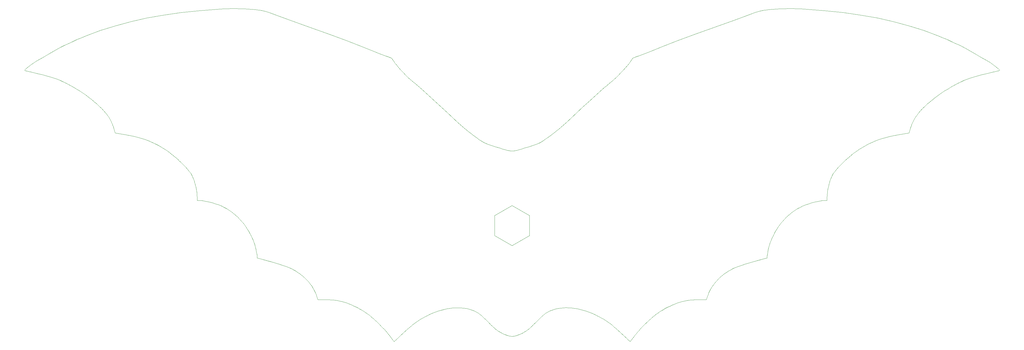
<source format=gm1>
%TF.GenerationSoftware,KiCad,Pcbnew,6.0.2+dfsg-1*%
%TF.CreationDate,2022-07-25T18:36:24+02:00*%
%TF.ProjectId,dragonwings_backplate,64726167-6f6e-4776-996e-67735f626163,rev?*%
%TF.SameCoordinates,Original*%
%TF.FileFunction,Profile,NP*%
%FSLAX46Y46*%
G04 Gerber Fmt 4.6, Leading zero omitted, Abs format (unit mm)*
G04 Created by KiCad (PCBNEW 6.0.2+dfsg-1) date 2022-07-25 18:36:24*
%MOMM*%
%LPD*%
G01*
G04 APERTURE LIST*
%TA.AperFunction,Profile*%
%ADD10C,0.120385*%
%TD*%
%TA.AperFunction,Profile*%
%ADD11C,0.100000*%
%TD*%
G04 APERTURE END LIST*
D10*
X296794307Y-50089055D02*
X297783745Y-49399243D01*
X140049474Y-118522240D02*
X140956717Y-118415219D01*
X122043998Y-129026911D02*
X122170000Y-129190000D01*
X9697344Y-37847220D02*
X8954750Y-38268649D01*
X260989404Y-83917258D02*
X260999404Y-83697258D01*
X165468137Y-66611609D02*
X166711631Y-66205608D01*
X156586474Y-126432702D02*
X156906425Y-126585443D01*
X262945949Y-75384131D02*
X262945949Y-75384131D01*
X153307773Y-66208350D02*
X154551267Y-66614351D01*
X198299427Y-38761426D02*
X198061119Y-39109441D01*
X135381702Y-119732062D02*
X136324887Y-119400876D01*
X58989852Y-83086834D02*
X59010000Y-83440000D01*
X129748083Y-47093546D02*
X129055605Y-46524016D01*
X119929600Y-37656948D02*
X119781378Y-37607307D01*
X21217513Y-48728890D02*
X22235659Y-49401985D01*
X75117844Y-93111021D02*
X75490317Y-93755281D01*
X49638349Y-68170150D02*
X50601172Y-68891654D01*
X264153412Y-73867170D02*
X264773317Y-73186188D01*
X150442298Y-121106490D02*
X150765422Y-121404175D01*
X210615413Y-117829061D02*
X211250174Y-117535630D01*
X171690850Y-119582973D02*
X171953359Y-119456331D01*
X79088130Y-22810423D02*
X78663017Y-22756696D01*
X125131791Y-42889728D02*
X124382869Y-42086276D01*
X59030000Y-83920000D02*
X59350000Y-83910000D01*
X287984976Y-60146139D02*
X288090998Y-59839315D01*
X260090609Y-22929746D02*
X253683739Y-22433339D01*
X120480696Y-37857992D02*
X120350404Y-37807894D01*
X252508789Y-22371844D02*
X251270272Y-22332492D01*
X226112458Y-27845268D02*
X218798698Y-30481676D01*
X288419690Y-58993941D02*
X288535155Y-58732331D01*
X81426080Y-23354812D02*
X81005809Y-23224626D01*
X271876194Y-24390215D02*
X266145793Y-23580244D01*
X288090998Y-59839315D02*
X288198319Y-59545978D01*
X77562985Y-98481213D02*
X77716966Y-99086910D01*
X199159984Y-127499460D02*
X199159984Y-127499460D01*
X93906946Y-27848010D02*
X88684197Y-25969786D01*
X68999482Y-86901277D02*
X69512662Y-87242419D01*
X176147930Y-59952779D02*
X174886676Y-61028452D01*
X201039467Y-125259576D02*
X201497405Y-124769771D01*
X287879545Y-60467904D02*
X287984976Y-60146139D01*
X230499277Y-105959388D02*
X230860605Y-105778882D01*
X119052398Y-37350839D02*
X118084657Y-36987326D01*
X14231744Y-35259117D02*
X13188519Y-35851111D01*
X102683983Y-115873315D02*
X103321592Y-115947982D01*
X149421732Y-64320992D02*
X148631860Y-63757907D01*
X32695533Y-62283420D02*
X32695533Y-62283420D01*
X126587561Y-44367531D02*
X125880413Y-43665124D01*
X58183941Y-78137712D02*
X58314166Y-78599215D01*
X113356502Y-120123729D02*
X113801098Y-120448858D01*
X289666993Y-56793169D02*
X289845103Y-56548161D01*
X297783745Y-49399243D02*
X298801891Y-48726148D01*
X74762302Y-92548668D02*
X74762302Y-92548668D01*
X121256132Y-38216439D02*
X121384569Y-38313829D01*
X174788557Y-118564320D02*
X175600528Y-118441618D01*
X208237436Y-34453294D02*
X204081921Y-36129953D01*
X172228200Y-119333982D02*
X172519184Y-119212983D01*
X13113126Y-44617652D02*
X14080406Y-44965280D01*
X172519184Y-119212983D02*
X172519184Y-119212983D01*
X117508266Y-123733317D02*
X117508266Y-123733317D01*
X23421284Y-31023415D02*
X23421284Y-31023415D01*
X37551895Y-63078683D02*
X38842469Y-63360982D01*
X32695533Y-62283420D02*
X32695533Y-62283420D01*
X192716946Y-124476837D02*
X192716946Y-124476837D01*
X289339439Y-57272712D02*
X289188580Y-57510158D01*
X296598120Y-31020673D02*
X296598120Y-31020673D01*
X251270272Y-22332492D02*
X249987188Y-22315066D01*
X58917582Y-81904036D02*
X58950399Y-82352019D01*
X285219413Y-62594879D02*
X287323871Y-62280678D01*
X80196864Y-102861931D02*
X80875505Y-103045994D01*
X241793249Y-102068675D02*
X241819700Y-101724160D01*
X247363331Y-22345130D02*
X246060561Y-22392187D01*
X97337914Y-114711270D02*
X97337914Y-114711270D01*
X145132728Y-61031194D02*
X143871474Y-59955521D01*
X243568348Y-22549269D02*
X242337691Y-22654776D01*
X121755118Y-128671288D02*
X121345934Y-128144951D01*
X58314166Y-78599215D02*
X58434945Y-79069163D01*
X262121126Y-77248879D02*
X262275003Y-76830084D01*
X310322060Y-37844478D02*
X310322060Y-37844478D01*
X241793249Y-102378675D02*
X241793249Y-102068675D01*
X129004645Y-123126781D02*
X129368498Y-122870370D01*
X218798698Y-30481676D02*
X212991693Y-32627443D01*
X5845020Y-42715726D02*
X7751358Y-43156602D01*
X21823380Y-31677464D02*
X20340261Y-32305883D01*
X154898637Y-125359429D02*
X154608600Y-125118984D01*
X202511138Y-123730575D02*
X202511138Y-123730575D01*
X30830824Y-57512900D02*
X30974015Y-57750735D01*
X160000000Y-68000000D02*
X160000000Y-68000000D01*
X261835463Y-78134970D02*
X261974352Y-77684806D01*
X197359675Y-128742458D02*
X197512865Y-128880681D01*
X274358993Y-65756977D02*
X275406552Y-65263727D01*
X194887613Y-42886986D02*
X194138991Y-43662382D01*
X120214720Y-37757509D02*
X120074250Y-37707105D01*
X177293498Y-118335159D02*
X178169752Y-118350957D01*
X200564787Y-37492735D02*
X200238026Y-37604565D01*
X111531592Y-118946931D02*
X111998873Y-119225624D01*
X157695443Y-67582266D02*
X156990315Y-67371544D01*
X59010000Y-83440000D02*
X59020000Y-83700000D01*
X168135771Y-65681357D02*
X167708468Y-65849906D01*
X105155199Y-116284826D02*
X105751229Y-116437392D01*
X168890913Y-65343744D02*
X168527069Y-65513911D01*
X192716946Y-124476837D02*
X193694331Y-125348251D01*
X3675000Y-42040000D02*
X3630000Y-42130000D01*
X119781378Y-37607307D02*
X119781378Y-37607307D01*
X246776627Y-90567708D02*
X247197847Y-90101112D01*
X197811786Y-39487855D02*
X197811786Y-39487855D01*
X111781968Y-34456036D02*
X107027711Y-32630185D01*
X110057002Y-118151513D02*
X110057002Y-118151513D01*
X125223795Y-126352135D02*
X126325073Y-125350993D01*
X92364139Y-107819798D02*
X92879511Y-108238767D01*
X199083594Y-38047443D02*
X198904158Y-38134880D01*
X314174384Y-42712984D02*
X314174384Y-42712984D01*
X224938102Y-110492884D02*
X225328918Y-110019319D01*
X167665342Y-122958763D02*
X167665342Y-122958763D01*
X32034428Y-60148881D02*
X32139859Y-60470646D01*
X254198753Y-85301171D02*
X255096447Y-84981310D01*
X58045052Y-77687548D02*
X58183941Y-78137712D01*
X188851715Y-48300114D02*
X186927221Y-50012018D01*
X230860605Y-105778882D02*
X231238517Y-105603261D01*
X84326425Y-24385730D02*
X84326425Y-24385730D01*
X275406552Y-65263727D02*
X276483907Y-64810405D01*
X239013595Y-23221884D02*
X238593324Y-23352070D01*
X32245407Y-60808808D02*
X32245407Y-60808808D01*
X76451056Y-22552011D02*
X76451056Y-22552011D01*
X115937483Y-36132695D02*
X111781968Y-34456036D01*
X197665707Y-39699252D02*
X197473384Y-39954186D01*
X261101822Y-81901294D02*
X261149545Y-81441486D01*
X18031066Y-46840300D02*
X19111193Y-47445008D01*
X153237379Y-123842124D02*
X153621997Y-124216193D01*
X9392791Y-43555637D02*
X10807866Y-43924426D01*
X55865992Y-73869912D02*
X56398174Y-74485788D01*
X120074250Y-37707105D02*
X119929600Y-37656948D01*
X166397407Y-124213451D02*
X166782025Y-123839382D01*
X223348588Y-113036017D02*
X223618349Y-112503425D01*
X64922957Y-84984052D02*
X65820651Y-85303913D01*
X121755118Y-128671288D02*
X121917282Y-128873833D01*
X243429607Y-95932084D02*
X243781159Y-95188909D01*
X160926466Y-67927786D02*
X160609404Y-67972742D01*
X253357870Y-85641489D02*
X253769572Y-85469255D01*
X48667144Y-67498112D02*
X49638349Y-68170150D01*
X229463581Y-106551621D02*
X230149411Y-106146920D01*
X169903249Y-64778675D02*
X169570450Y-64979950D01*
X209456710Y-118408659D02*
X209962402Y-118148771D01*
X186521904Y-120523969D02*
X186521904Y-120523969D01*
X249020592Y-88371098D02*
X249506161Y-87976776D01*
X73958843Y-22394929D02*
X72656073Y-22347872D01*
X261974352Y-77684806D02*
X262121126Y-77248879D01*
X140956717Y-118415219D02*
X141849652Y-118353699D01*
X307984275Y-44271824D02*
X309211538Y-43921684D01*
X211250174Y-117535630D02*
X211870055Y-117267679D01*
X242608027Y-97967963D02*
X242711963Y-97666662D01*
X316103326Y-41725737D02*
X315974174Y-41602554D01*
X199804684Y-37754767D02*
X199669000Y-37805152D01*
X239783840Y-23016671D02*
X239406705Y-23110952D01*
X74762302Y-92548668D02*
X75117844Y-93111021D01*
X120859420Y-127502202D02*
X120859420Y-127502202D01*
X4758953Y-42459241D02*
X4984380Y-42515117D01*
X211870055Y-117267679D02*
X212478425Y-117024405D01*
X18960078Y-32914260D02*
X17670983Y-33508183D01*
X106345289Y-116611433D02*
X106940749Y-116807752D01*
X14080406Y-44965280D02*
X14975514Y-45329047D01*
X118032100Y-124263586D02*
X118521999Y-124772513D01*
X147500220Y-119215725D02*
X147791204Y-119336724D01*
X315035024Y-42512375D02*
X314780012Y-42573340D01*
X157992042Y-67667551D02*
X157695443Y-67582266D01*
X77188315Y-97348821D02*
X77307441Y-97669404D01*
X261041926Y-82875543D02*
X261069005Y-82349277D01*
X11418104Y-36871738D02*
X9697344Y-37847220D01*
X119407892Y-125735220D02*
X119807842Y-126193440D01*
X59928795Y-22932488D02*
X53873611Y-23582986D01*
X67951928Y-86277897D02*
X68478932Y-86579497D01*
X238593324Y-23352070D02*
X238134704Y-23504116D01*
X273336946Y-66292062D02*
X274358993Y-65756977D01*
X259949404Y-83917258D02*
X259519411Y-83958828D01*
X139130296Y-118674538D02*
X140049474Y-118522240D01*
X55246087Y-73188930D02*
X55865992Y-73869912D01*
X15318665Y-34675023D02*
X14231744Y-35259117D01*
X242608027Y-97967963D02*
X242608027Y-97967963D01*
X163909564Y-67098501D02*
X163909564Y-67098501D01*
X150141161Y-120839578D02*
X150442298Y-121106490D01*
X60883299Y-84004649D02*
X61288454Y-84063448D01*
X294917647Y-51506675D02*
X295837599Y-50792546D01*
X83788431Y-103892217D02*
X85240990Y-104333722D01*
X305043890Y-45326305D02*
X305938998Y-44962538D01*
X224229804Y-111474543D02*
X224571778Y-110977899D01*
X242302438Y-99084168D02*
X242456419Y-98478471D01*
X106940749Y-116807752D02*
X107540979Y-117027147D01*
X306906278Y-44614910D02*
X307984275Y-44271824D01*
X158896734Y-67896020D02*
X159073534Y-67927786D01*
X288307647Y-59264671D02*
X288419690Y-58993941D01*
X13188519Y-35851111D02*
X13188519Y-35851111D01*
X240931274Y-22807681D02*
X240534937Y-22867640D01*
X127302458Y-124479579D02*
X127302458Y-124479579D01*
X147500220Y-119215725D02*
X147500220Y-119215725D01*
X183694517Y-119398134D02*
X184637702Y-119729320D01*
X159753892Y-127498247D02*
X159460160Y-127469887D01*
X261149545Y-81441486D02*
X261211396Y-80972748D01*
X123674817Y-41299702D02*
X123048810Y-40574942D01*
X70032216Y-22317808D02*
X68749132Y-22335234D01*
X199159984Y-127499460D02*
X199487775Y-127071969D01*
X16938326Y-46264467D02*
X18031066Y-46840300D01*
X315035024Y-42512375D02*
X315260451Y-42456499D01*
X234778414Y-104330980D02*
X236230973Y-103889475D01*
X56963107Y-75213509D02*
X57073455Y-75386873D01*
X205328806Y-121144171D02*
X205774286Y-120786669D01*
X146016643Y-118736375D02*
X146773892Y-118952522D01*
X3630000Y-42130000D02*
X3910000Y-42230000D01*
X313125112Y-39487369D02*
X312558163Y-39141258D01*
X311064654Y-38265907D02*
X310322060Y-37844478D01*
X196344587Y-41296960D02*
X195636535Y-42083534D01*
X4045230Y-41605296D02*
X3916078Y-41728479D01*
X153237379Y-123842124D02*
X152354062Y-122961505D01*
X30830824Y-57512900D02*
X30679965Y-57275454D01*
X161316739Y-67852272D02*
X161528827Y-67800788D01*
X111053544Y-118676032D02*
X111531592Y-118946931D01*
X304700739Y-34672281D02*
X303558276Y-34090499D01*
X156000000Y-126120000D02*
X156286024Y-126278820D01*
X99911646Y-115741379D02*
X99911646Y-115741379D01*
X258307224Y-84134260D02*
X258730950Y-84060706D01*
X92879511Y-108238767D02*
X93369692Y-108668300D01*
X195879147Y-127350494D02*
X196803310Y-128221783D01*
X101348935Y-115775603D02*
X102027553Y-115816123D01*
X157625136Y-126902681D02*
X157625136Y-126902681D01*
X149080228Y-120020826D02*
X149331546Y-120194064D01*
X82662252Y-103558759D02*
X83788431Y-103892217D01*
X299844721Y-48072809D02*
X300908211Y-47442266D01*
X187860083Y-121188699D02*
X188286360Y-121417053D01*
X122376636Y-128997596D02*
X122170000Y-129190000D01*
X149589598Y-120386307D02*
X149858199Y-120600498D01*
X226112458Y-27845268D02*
X226112458Y-27845268D01*
X235692979Y-24382988D02*
X235692979Y-24382988D01*
X192807341Y-44949271D02*
X192807341Y-44949271D01*
X263621230Y-74483046D02*
X264153412Y-73867170D01*
X180767093Y-55746534D02*
X179048798Y-57346029D01*
X70998812Y-88373840D02*
X71473345Y-88784252D01*
X163432930Y-126429960D02*
X163733380Y-126276078D01*
X156109840Y-67101243D02*
X156109840Y-67101243D01*
X78663017Y-22756696D02*
X77681713Y-22657518D01*
X17670983Y-33508183D02*
X16461128Y-34093241D01*
X316389404Y-42127258D02*
X316344404Y-42037258D01*
X120480696Y-37857992D02*
X120604989Y-37907538D01*
X313125112Y-39487369D02*
X313125112Y-39487369D01*
X192391423Y-124196402D02*
X192716946Y-124476837D01*
X143583105Y-118368047D02*
X144418876Y-118444360D01*
X169577106Y-121103748D02*
X169878243Y-120836836D01*
X174002761Y-118733633D02*
X174788557Y-118564320D01*
X189898117Y-122367893D02*
X190278762Y-122615624D01*
X305787660Y-35256375D02*
X304700739Y-34672281D01*
X111998873Y-119225624D02*
X112457427Y-119513638D01*
X77411377Y-97970705D02*
X77411377Y-97970705D01*
X84326425Y-24385730D02*
X82961739Y-23886947D01*
X53873611Y-23582986D02*
X48143210Y-24392957D01*
X120181762Y-126639197D02*
X120531629Y-127074711D01*
X172545823Y-62895436D02*
X171387544Y-63755165D01*
X199159984Y-127499460D02*
X199159984Y-127499460D01*
X115937483Y-36132695D02*
X115937483Y-36132695D01*
X171953359Y-119456331D02*
X172228200Y-119333982D01*
X160289527Y-127498247D02*
X160560092Y-127469887D01*
X197849404Y-129187258D02*
X197642768Y-128994854D01*
X266145793Y-23580244D02*
X260090609Y-22929746D01*
X258730950Y-84060706D02*
X259136105Y-84001907D01*
X231335207Y-25967044D02*
X226112458Y-27845268D01*
X200089804Y-37654206D02*
X199945154Y-37704363D01*
X164568480Y-125769622D02*
X164296079Y-125949705D01*
X161765168Y-67738944D02*
X161528827Y-67800788D01*
X263397872Y-74755995D02*
X263621230Y-74483046D01*
X96107363Y-111985734D02*
X96401055Y-112506167D01*
X203491524Y-122774194D02*
X203963224Y-122333634D01*
X201497405Y-124769771D02*
X201987304Y-124260844D01*
X31364655Y-58481128D02*
X31484249Y-58735073D01*
X289498674Y-57034201D02*
X289666993Y-56793169D01*
X82961739Y-23886947D02*
X81884700Y-23506858D01*
X135233353Y-51969359D02*
X133092183Y-50014760D01*
X198405998Y-38610889D02*
X198299427Y-38761426D01*
X129748083Y-47093546D02*
X129748083Y-47093546D01*
X312558163Y-39141258D02*
X311840683Y-38716135D01*
X245610347Y-92036232D02*
X245981960Y-91536086D01*
X133497500Y-120526711D02*
X134438449Y-120107414D01*
X158295444Y-127167377D02*
X158604488Y-127271365D01*
X311840683Y-38716135D02*
X311064654Y-38265907D01*
X189508763Y-122124304D02*
X189898117Y-122367893D01*
X199186252Y-38001159D02*
X199414415Y-37904796D01*
X97669944Y-115734548D02*
X99911646Y-115741379D01*
X314174384Y-42712984D02*
X314174384Y-42712984D01*
X200238026Y-37604565D02*
X200238026Y-37604565D01*
X160311026Y-67994395D02*
X160609404Y-67972742D01*
D11*
X154443581Y-88742000D02*
X154443581Y-95158000D01*
D10*
X217991851Y-115813381D02*
X218670469Y-115772861D01*
X245257102Y-92545926D02*
X245257102Y-92545926D01*
X247197847Y-90101112D02*
X247633771Y-89647335D01*
X190271321Y-47090804D02*
X190271321Y-47090804D01*
X72656073Y-22347872D02*
X71340863Y-22322093D01*
X287773997Y-60806066D02*
X287773997Y-60806066D01*
X95789600Y-111477285D02*
X96107363Y-111985734D01*
X97337914Y-114711270D02*
X97669944Y-115734548D01*
X57744401Y-76832826D02*
X57584199Y-76434058D01*
X197811786Y-39487855D02*
X197811786Y-39487855D01*
X76238245Y-95191651D02*
X76589797Y-95934826D01*
X152310936Y-65852648D02*
X151883633Y-65684099D01*
X125880413Y-43665124D02*
X125131791Y-42889728D01*
X315631616Y-41304830D02*
X315199574Y-40956536D01*
X189110492Y-121884722D02*
X189508763Y-122124304D01*
X250506742Y-87239677D02*
X251019922Y-86898535D01*
X57898278Y-77251621D02*
X58045052Y-77687548D01*
X261705238Y-78596473D02*
X261835463Y-78134970D01*
X198061119Y-39109441D02*
X197811786Y-39487855D01*
X131316310Y-121651758D02*
X131733044Y-121419795D01*
X123018801Y-128411922D02*
X123216094Y-128224525D01*
X25101757Y-51509417D02*
X25980931Y-52231145D01*
X156109840Y-67101243D02*
X154551267Y-66614351D01*
X219374648Y-115748213D02*
X220107758Y-115738637D01*
X71340863Y-22322093D02*
X70032216Y-22317808D01*
X121115246Y-38137622D02*
X121256132Y-38216439D01*
X44612852Y-65266469D02*
X45660411Y-65759719D01*
X110057002Y-118151513D02*
X110057002Y-118151513D01*
X32245407Y-60808808D02*
X32695533Y-62283420D01*
X120604989Y-37907538D02*
X120833152Y-38003901D01*
X157625136Y-126902681D02*
X157969910Y-127044483D01*
X170597672Y-64318250D02*
X169903249Y-64778675D01*
X108149349Y-117270421D02*
X108769230Y-117538372D01*
X261069005Y-82349277D02*
X261069005Y-82349277D01*
X241915597Y-101001120D02*
X242023093Y-100392621D01*
X169235855Y-65167031D02*
X168890913Y-65343744D01*
X191014759Y-123124039D02*
X191370528Y-123384989D01*
X303081078Y-46261725D02*
X304182407Y-45717806D01*
X315776340Y-42313291D02*
X316109404Y-42227258D01*
X121613406Y-38613631D02*
X121519728Y-38485176D01*
X197473384Y-39954186D02*
X196970594Y-40572200D01*
X198102122Y-128871091D02*
X198264286Y-128668546D01*
X277308718Y-25365047D02*
X271876194Y-24390215D01*
X215465574Y-116150195D02*
X216075653Y-116038180D01*
X74037444Y-91538828D02*
X74409057Y-92038974D01*
X159184097Y-127422620D02*
X159460160Y-127469887D01*
X60499993Y-83961570D02*
X60070000Y-83920000D01*
X154898637Y-125359429D02*
X155177720Y-125575957D01*
X200967006Y-37348097D02*
X200564787Y-37492735D01*
X96916786Y-113583689D02*
X97139105Y-114141133D01*
X121719977Y-38764168D02*
X121613406Y-38613631D01*
X127302458Y-124479579D02*
X127627981Y-124199144D01*
D11*
X154443581Y-95158000D02*
X160000000Y-98366000D01*
D10*
X114245118Y-120789411D02*
X114690598Y-121146913D01*
X261009404Y-83437258D02*
X261029552Y-83084092D01*
X248678541Y-22319351D02*
X247363331Y-22345130D01*
X76589797Y-95934826D02*
X76910471Y-96662038D01*
X242155018Y-99737928D02*
X242302438Y-99084168D01*
X315458004Y-42405100D02*
X315546864Y-42380889D01*
X291685859Y-54408792D02*
X292418555Y-53682501D01*
X75867768Y-94456980D02*
X76238245Y-95191651D01*
X31599714Y-58996683D02*
X31711757Y-59267413D01*
X164841684Y-125573215D02*
X165120767Y-125356687D01*
X204081921Y-36129953D02*
X204081921Y-36129953D01*
X79863216Y-22939177D02*
X79484467Y-22870382D01*
X5525701Y-42642748D02*
X5845020Y-42715726D01*
X244151636Y-94454238D02*
X244529087Y-93752539D01*
X206218306Y-120446116D02*
X206662902Y-120120987D01*
X159390596Y-67972742D02*
X159688973Y-67994395D01*
X244529087Y-93752539D02*
X244901560Y-93108279D01*
X282470268Y-26510123D02*
X277308718Y-25365047D01*
X246060561Y-22392187D02*
X244789233Y-22460305D01*
X180889108Y-118671796D02*
X181817847Y-118869150D01*
X122207618Y-39490597D02*
X122207618Y-39490597D01*
X269418232Y-68888912D02*
X270381055Y-68167408D01*
X262771458Y-75705443D02*
X262945949Y-75384131D01*
X16461128Y-34093241D02*
X15318665Y-34675023D01*
X66249832Y-85471997D02*
X66661534Y-85644231D01*
X218670469Y-115772861D02*
X219374648Y-115748213D01*
X146320317Y-62000677D02*
X145132728Y-61031194D01*
X178169752Y-118350957D02*
X179062687Y-118412477D01*
X168527069Y-65513911D02*
X168135771Y-65681357D01*
X155177720Y-125575957D02*
X155450924Y-125772364D01*
X95447626Y-110980641D02*
X95789600Y-111477285D01*
X57247946Y-75708185D02*
X57418454Y-76058212D01*
X298801891Y-48726148D02*
X299844721Y-48072809D01*
X67052478Y-85819652D02*
X67419387Y-85997296D01*
X132595350Y-120966564D02*
X133497500Y-120526711D01*
X148066045Y-119459073D02*
X148328554Y-119585715D01*
X112909291Y-119812497D02*
X113356502Y-120123729D01*
X83788431Y-103892217D02*
X83788431Y-103892217D01*
X30174301Y-56550903D02*
X30174301Y-56550903D01*
X30352411Y-56795911D02*
X30520730Y-57036943D01*
X5313928Y-40581900D02*
X4819830Y-40959278D01*
X96401055Y-112506167D02*
X96670816Y-113038759D01*
X23225097Y-50091797D02*
X24181805Y-50795288D01*
X265449467Y-72473938D02*
X266150383Y-71764257D01*
X58950399Y-82352019D02*
X58977478Y-82878285D01*
X157625136Y-126902681D02*
X157625136Y-126902681D01*
X129368498Y-122870370D02*
X129740642Y-122618366D01*
X65820651Y-85303913D02*
X66249832Y-85471997D01*
X262945949Y-75384131D02*
X262945949Y-75384131D01*
X29009369Y-55133267D02*
X29624295Y-55847403D01*
X241793249Y-102378675D02*
X240370076Y-102720168D01*
X27931339Y-29335293D02*
X23421284Y-31023415D01*
X15836997Y-45720548D02*
X16938326Y-46264467D01*
X57073455Y-75386873D02*
X57073455Y-75386873D01*
X199487775Y-127071969D02*
X199837642Y-126636455D01*
X316269404Y-41917258D02*
X316199822Y-41828222D01*
X123048810Y-40574942D02*
X122546020Y-39956928D01*
X314705476Y-40579158D02*
X314176749Y-40194180D01*
X199414415Y-37904796D02*
X199538708Y-37855250D01*
X124382869Y-42086276D02*
X123674817Y-41299702D01*
X306830885Y-35848369D02*
X305787660Y-35256375D01*
X200211562Y-126190698D02*
X200611512Y-125732478D01*
X243568348Y-22549269D02*
X243568348Y-22549269D01*
X194138991Y-43662382D02*
X193431843Y-44364789D01*
X102027553Y-115816123D02*
X102683983Y-115873315D01*
X127212063Y-44952013D02*
X126587561Y-44367531D01*
X20174683Y-48075551D02*
X21217513Y-48728890D01*
X71473345Y-88784252D02*
X71935924Y-89209937D01*
X93906946Y-27848010D02*
X93906946Y-27848010D01*
X316199822Y-41828222D02*
X316103326Y-41725737D01*
X9697344Y-37847220D02*
X9697344Y-37847220D01*
X212991693Y-32627443D02*
X208237436Y-34453294D01*
X168905056Y-121732835D02*
X169253982Y-121401433D01*
X112457427Y-119513638D02*
X112909291Y-119812497D01*
X220107758Y-115738637D02*
X220107758Y-115738637D01*
X237357152Y-103556017D02*
X238325115Y-103274735D01*
X42424064Y-64397845D02*
X43535497Y-64813147D01*
X155450924Y-125772364D02*
X155723325Y-125952447D01*
X151492335Y-65516653D02*
X151128491Y-65346486D01*
X131733044Y-121419795D02*
X132159321Y-121191441D01*
X289845103Y-56548161D02*
X289845103Y-56548161D01*
X57744401Y-76832826D02*
X57898278Y-77251621D01*
X241915597Y-101001120D02*
X241841464Y-101516296D01*
X198499676Y-38482434D02*
X198405998Y-38610889D01*
X160836155Y-127422620D02*
X160560092Y-127469887D01*
X129055605Y-46524016D02*
X128346626Y-45930406D01*
X191718423Y-123650611D02*
X192058652Y-123921038D01*
X314174384Y-42712984D02*
X314493703Y-42640006D01*
X242711963Y-97666662D02*
X242831089Y-97346079D01*
X122353697Y-39701994D02*
X122207618Y-39490597D01*
X118979937Y-125262318D02*
X119407892Y-125735220D01*
X261473904Y-79541918D02*
X261584459Y-79066421D01*
X209962402Y-118148771D02*
X210615413Y-117829061D01*
X226649712Y-108665558D02*
X227139893Y-108236025D01*
X163909564Y-67098501D02*
X163029089Y-67368802D01*
X251019922Y-86898535D02*
X251540472Y-86576755D01*
X118521999Y-124772513D02*
X118979937Y-125262318D01*
X164568480Y-125769622D02*
X164841684Y-125573215D01*
X30520730Y-57036943D02*
X30679965Y-57275454D01*
X100644756Y-115750955D02*
X101348935Y-115775603D01*
X156906425Y-126585443D02*
X157625136Y-126902681D01*
X20340261Y-32305883D02*
X18960078Y-32914260D01*
X47683275Y-66873632D02*
X48667144Y-67498112D01*
X316344404Y-42037258D02*
X316269404Y-41917258D01*
X209962402Y-118148771D02*
X209962402Y-118148771D01*
X148328554Y-119585715D02*
X148582546Y-119719594D01*
X23421284Y-31023415D02*
X21823380Y-31677464D01*
X149858199Y-120600498D02*
X150141161Y-120839578D01*
X313640818Y-39823089D02*
X313125112Y-39487369D01*
X161724808Y-127167377D02*
X161415764Y-127271365D01*
X192716946Y-124476837D02*
X192716946Y-124476837D01*
X160289527Y-127498247D02*
X159998543Y-127507700D01*
X80235564Y-23019413D02*
X79863216Y-22939177D01*
X74762302Y-92548668D02*
X74762302Y-92548668D01*
D11*
X159999831Y-85534293D02*
X165556250Y-88742293D01*
D10*
X199669000Y-37805152D02*
X199538708Y-37855250D01*
X137302988Y-53906757D02*
X135233353Y-51969359D01*
X216697812Y-115945240D02*
X217335421Y-115870573D01*
X156000000Y-126120000D02*
X155723325Y-125952447D01*
X61712180Y-84137002D02*
X62151201Y-84224348D01*
X114690598Y-121146913D02*
X115139577Y-121522891D01*
X120859420Y-127502202D02*
X121345934Y-128144951D01*
X261374356Y-80020069D02*
X261473904Y-79541918D01*
X251540472Y-86576755D02*
X252067476Y-86275155D01*
X227139893Y-108236025D02*
X227655265Y-107817056D01*
X243781159Y-95188909D02*
X244151636Y-94454238D01*
X77411377Y-97970705D02*
X77411377Y-97970705D01*
X309211538Y-43921684D02*
X310626613Y-43552895D01*
X159184097Y-127422620D02*
X158899789Y-127356446D01*
X315546864Y-42380889D02*
X315776340Y-42313291D01*
X222681490Y-114708528D02*
X222681490Y-114708528D01*
X217335421Y-115870573D02*
X217991851Y-115813381D01*
X263208249Y-74999979D02*
X263397872Y-74755995D01*
X8178721Y-38718877D02*
X7461241Y-39144000D01*
X27600849Y-53685243D02*
X28333545Y-54411534D01*
X179969930Y-118519498D02*
X180889108Y-118671796D01*
X277595340Y-64395103D02*
X278745134Y-64015914D01*
X260349404Y-83907258D02*
X259949404Y-83917258D01*
X289339439Y-57272712D02*
X289498674Y-57034201D01*
X287387749Y-27830830D02*
X282470268Y-26510123D01*
X6894292Y-39490111D02*
X6378586Y-39825831D01*
X182753775Y-119111336D02*
X183694517Y-119398134D01*
X188703094Y-121649016D02*
X189110492Y-121884722D01*
X268459508Y-69661791D02*
X269418232Y-68888912D01*
X122207618Y-39490597D02*
X121958285Y-39112183D01*
X246371026Y-91046306D02*
X246776627Y-90567708D01*
X248083480Y-89207195D02*
X248546059Y-88781510D01*
X31240223Y-58233393D02*
X31364655Y-58481128D01*
X270381055Y-68167408D02*
X271352260Y-67495370D01*
D11*
X165556081Y-88742000D02*
X165556081Y-95158000D01*
D10*
X245257102Y-92545926D02*
X245610347Y-92036232D01*
X184637702Y-119729320D02*
X185580955Y-120104672D01*
X285219413Y-62594879D02*
X285219413Y-62594879D01*
X222681490Y-114708528D02*
X222880299Y-114138391D01*
X223102618Y-113580947D02*
X223348588Y-113036017D01*
X9697344Y-37847220D02*
X9697344Y-37847220D01*
X83788431Y-103892217D02*
X83788431Y-103892217D01*
X77996311Y-100395363D02*
X78103807Y-101003862D01*
X204879827Y-121520149D02*
X205328806Y-121144171D01*
X103321592Y-115947982D02*
X103943751Y-116040922D01*
X236230973Y-103889475D02*
X236230973Y-103889475D01*
X50601172Y-68891654D02*
X51559896Y-69664533D01*
X199186252Y-38001159D02*
X199083594Y-38047443D01*
X26815303Y-52957434D02*
X27600849Y-53685243D01*
X204081921Y-36129953D02*
X203015102Y-36562409D01*
X128346626Y-45930406D02*
X127704371Y-45382983D01*
X139252311Y-55749276D02*
X137302988Y-53906757D01*
X52518803Y-70490693D02*
X52518803Y-70490693D01*
X315974174Y-41602554D02*
X315631616Y-41304830D01*
X147500220Y-119215725D02*
X147500220Y-119215725D01*
X158704984Y-67853990D02*
X158492896Y-67802506D01*
X192807341Y-44949271D02*
X192315033Y-45380241D01*
X58434945Y-79069163D02*
X58545500Y-79544660D01*
X306830885Y-35848369D02*
X306830885Y-35848369D01*
X261069005Y-82349277D02*
X261101822Y-81901294D01*
X58869859Y-81444228D02*
X58917582Y-81904036D01*
X60499993Y-83961570D02*
X60499993Y-83961570D01*
X5239392Y-42576082D02*
X4984380Y-42515117D01*
X154608600Y-125118984D02*
X154302531Y-124850827D01*
X148631860Y-63757907D02*
X148631860Y-63757907D01*
X233556067Y-104723555D02*
X234778414Y-104330980D01*
X130121287Y-122370635D02*
X130510641Y-122127046D01*
X197975406Y-129024169D02*
X198102122Y-128871091D01*
X166044048Y-124548420D02*
X166397407Y-124213451D01*
X261584459Y-79066421D02*
X261705238Y-78596473D01*
X97139105Y-114141133D02*
X97337914Y-114711270D01*
X51559896Y-69664533D02*
X52518803Y-70490693D01*
X231238517Y-105603261D02*
X231638133Y-105430387D01*
X235692979Y-24382988D02*
X235692979Y-24382988D01*
X207561977Y-119510896D02*
X208020531Y-119222882D01*
X169878243Y-120836836D02*
X170161205Y-120597756D01*
X58645048Y-80022811D02*
X58732811Y-80500720D01*
X42710686Y-25367789D02*
X37549136Y-26512865D01*
X121115246Y-38137622D02*
X120935810Y-38050185D01*
X159840947Y-67998750D02*
X159688973Y-67994395D01*
X315199574Y-40956536D02*
X314705476Y-40579158D01*
X99911646Y-115741379D02*
X100644756Y-115750955D01*
X129748083Y-47093546D02*
X129748083Y-47093546D01*
X241841464Y-101516296D02*
X241819700Y-101724160D01*
X248546059Y-88781510D02*
X249020592Y-88371098D01*
X266150383Y-71764257D02*
X266844587Y-71090982D01*
X58977478Y-82878285D02*
X58989852Y-83086834D01*
X167665342Y-122958763D02*
X167665342Y-122958763D01*
X103943751Y-116040922D02*
X104553830Y-116152937D01*
X117004302Y-36565151D02*
X115937483Y-36132695D01*
X57418454Y-76058212D02*
X57584199Y-76434058D01*
X137302988Y-53906757D02*
X137302988Y-53906757D01*
X204081921Y-36129953D02*
X204081921Y-36129953D01*
X288779181Y-58230651D02*
X288909159Y-57987672D01*
X252067476Y-86275155D02*
X252600017Y-85994554D01*
X171387544Y-63755165D02*
X171387544Y-63755165D01*
X316109404Y-42227258D02*
X316389404Y-42127258D01*
X77864386Y-99740670D02*
X77996311Y-100395363D01*
X226184583Y-109105833D02*
X226649712Y-108665558D01*
D11*
X154443750Y-88742293D02*
X160000169Y-85534293D01*
D10*
X173245512Y-118949780D02*
X174002761Y-118733633D01*
X120531629Y-127074711D02*
X120859420Y-127502202D01*
X70017554Y-87602105D02*
X70513243Y-87979518D01*
X110562694Y-118411401D02*
X111053544Y-118676032D01*
X158704984Y-67853990D02*
X158896734Y-67896020D01*
X252966926Y-85816910D02*
X253357870Y-85641489D01*
X66335665Y-22436081D02*
X59928795Y-22932488D01*
X127302458Y-124479579D02*
X127302458Y-124479579D01*
X48143210Y-24392957D02*
X42710686Y-25367789D01*
X287323871Y-62280678D02*
X287323871Y-62280678D01*
X60499993Y-83961570D02*
X60499993Y-83961570D01*
X130908912Y-121887464D02*
X131316310Y-121651758D01*
X6894292Y-39490111D02*
X6894292Y-39490111D01*
X171436858Y-119716852D02*
X171690850Y-119582973D01*
X31711757Y-59267413D02*
X31821085Y-59548720D01*
X171387544Y-63755165D02*
X171387544Y-63755165D01*
X5842655Y-40196922D02*
X5313928Y-40581900D01*
X25980931Y-52231145D02*
X26815303Y-52957434D01*
X142497213Y-58739450D02*
X140970606Y-57348771D01*
X151492888Y-122103638D02*
X152354062Y-122961505D01*
X208965860Y-118673290D02*
X209456710Y-118408659D01*
X140970606Y-57348771D02*
X139252311Y-55749276D01*
X77307441Y-97669404D02*
X77411377Y-97970705D01*
X31928406Y-59842057D02*
X32034428Y-60148881D01*
X122376636Y-128997596D02*
X122506539Y-128883423D01*
X310322060Y-37844478D02*
X308601300Y-36868996D01*
X302348421Y-33505441D02*
X301059326Y-32911518D01*
X304182407Y-45717806D02*
X305043890Y-45326305D01*
X276483907Y-64810405D02*
X277595340Y-64395103D01*
X76910471Y-96662038D02*
X77188315Y-97348821D01*
X145230847Y-118567062D02*
X146016643Y-118736375D01*
X122207618Y-39490597D02*
X122207618Y-39490597D01*
X31821085Y-59548720D02*
X31928406Y-59842057D01*
X53869021Y-71766999D02*
X54569937Y-72476680D01*
X66661534Y-85644231D02*
X67052478Y-85819652D01*
X165410804Y-125116242D02*
X165120767Y-125356687D01*
X169570450Y-64979950D02*
X169235855Y-65167031D01*
X80612699Y-23113694D02*
X80235564Y-23019413D01*
X244901560Y-93108279D02*
X245257102Y-92545926D01*
X239143899Y-103043252D02*
X239822540Y-102859189D01*
X70513243Y-87979518D02*
X70998812Y-88373840D01*
X5845020Y-42715726D02*
X5845020Y-42715726D01*
X6894292Y-39490111D02*
X6894292Y-39490111D01*
X209962402Y-118148771D02*
X209962402Y-118148771D01*
X167665342Y-122958763D02*
X166782025Y-123839382D01*
X235692979Y-24382988D02*
X231335207Y-25967044D01*
X170939176Y-120018084D02*
X171187571Y-119860907D01*
X31484249Y-58735073D02*
X31599714Y-58996683D01*
X123216094Y-128224525D02*
X123216094Y-128224525D01*
X113801098Y-120448858D02*
X114245118Y-120789411D01*
X118084657Y-36987326D02*
X117004302Y-36565151D01*
X198673470Y-128142209D02*
X198264286Y-128668546D01*
X5845020Y-42715726D02*
X5845020Y-42715726D01*
X314176749Y-40194180D02*
X313640818Y-39823089D01*
X238325115Y-103274735D02*
X239143899Y-103043252D01*
X261069005Y-82349277D02*
X261069005Y-82349277D01*
X159236359Y-67953630D02*
X159073534Y-67927786D01*
X308601300Y-36868996D02*
X306830885Y-35848369D01*
X121958285Y-39112183D02*
X121719977Y-38764168D01*
X58950399Y-82352019D02*
X58950399Y-82352019D01*
X203963224Y-122333634D02*
X204425312Y-121916128D01*
X133497500Y-120526711D02*
X133497500Y-120526711D01*
X208487812Y-118944189D02*
X208965860Y-118673290D01*
X161120463Y-127356446D02*
X160836155Y-127422620D01*
X4243064Y-42316033D02*
X4472540Y-42383631D01*
X231638133Y-105430387D02*
X232522963Y-105084318D01*
X197187489Y-128584015D02*
X197359675Y-128742458D01*
X242831089Y-97346079D02*
X243108933Y-96659296D01*
X40081832Y-63673671D02*
X41274270Y-64018656D01*
X260999404Y-83697258D02*
X261009404Y-83437258D01*
X78199704Y-101726902D02*
X78226155Y-102071417D01*
X199837642Y-126636455D02*
X200211562Y-126190698D01*
X222681490Y-114708528D02*
X222681490Y-114708528D01*
X162029681Y-67665833D02*
X161765168Y-67738944D01*
X137302988Y-53906757D02*
X137302988Y-53906757D01*
X255096447Y-84981310D02*
X256024733Y-84689620D01*
X261029552Y-83084092D02*
X261041926Y-82875543D01*
X198577081Y-38380891D02*
X198499676Y-38482434D01*
X127212063Y-44952013D02*
X127212063Y-44952013D01*
X150765422Y-121404175D02*
X151114348Y-121735577D01*
X243108933Y-96659296D02*
X243429607Y-95932084D01*
X281176935Y-63358240D02*
X282467509Y-63075941D01*
X105751229Y-116437392D02*
X106345289Y-116611433D01*
X6378586Y-39825831D02*
X5842655Y-40196922D01*
X119781378Y-37607307D02*
X119454617Y-37495477D01*
X288535155Y-58732331D02*
X288654749Y-58478386D01*
X150448954Y-64982692D02*
X150116155Y-64781417D01*
X278745134Y-64015914D02*
X279937572Y-63670929D01*
X151128491Y-65346486D02*
X150783549Y-65169773D01*
X303558276Y-34090499D02*
X302348421Y-33505441D01*
X131167689Y-48302856D02*
X130376762Y-47619133D01*
X88780887Y-105606003D02*
X89158799Y-105781624D01*
X152354062Y-122961505D02*
X152354062Y-122961505D01*
X5239392Y-42576082D02*
X5525701Y-42642748D01*
X295837599Y-50792546D02*
X296794307Y-50089055D01*
X94690486Y-110022061D02*
X95081302Y-110495626D01*
X76451056Y-22552011D02*
X76451056Y-22552011D01*
X122506539Y-128883423D02*
X122659729Y-128745200D01*
X264773317Y-73186188D02*
X265449467Y-72473938D01*
X299679143Y-32303141D02*
X298196024Y-31674722D01*
X52518803Y-70490693D02*
X52518803Y-70490693D01*
X121917282Y-128873833D02*
X122043998Y-129026911D01*
X163112979Y-126582701D02*
X163432930Y-126429960D01*
X95081302Y-110495626D02*
X95447626Y-110980641D01*
X97337914Y-114711270D02*
X97337914Y-114711270D01*
X239822540Y-102859189D02*
X240370076Y-102720168D01*
X45660411Y-65759719D02*
X46682458Y-66294804D01*
X94275039Y-109559770D02*
X94690486Y-110022061D01*
X292088065Y-29332551D02*
X287387749Y-27830830D01*
X223912041Y-111982992D02*
X224229804Y-111474543D01*
X117508266Y-123733317D02*
X117508266Y-123733317D01*
X3910000Y-42230000D02*
X4243064Y-42316033D01*
X73242777Y-90570450D02*
X73648378Y-91049048D01*
X220107758Y-115738637D02*
X220107758Y-115738637D01*
X120935810Y-38050185D02*
X120833152Y-38003901D01*
X118032100Y-124263586D02*
X117508266Y-123733317D01*
X173699087Y-61997935D02*
X172545823Y-62895436D01*
X119454617Y-37495477D02*
X119052398Y-37350839D01*
X3819582Y-41830964D02*
X3750000Y-41920000D01*
X287773997Y-60806066D02*
X287879545Y-60467904D01*
X214864205Y-116282084D02*
X215465574Y-116150195D01*
X101220706Y-30484418D02*
X93906946Y-27848010D01*
X126325073Y-125350993D02*
X127302458Y-124479579D01*
X214268175Y-116434650D02*
X214864205Y-116282084D01*
X152354062Y-122961505D02*
X152354062Y-122961505D01*
X122659729Y-128745200D02*
X122831915Y-128586757D01*
X185580955Y-120104672D02*
X186521904Y-120523969D01*
X148631860Y-63757907D02*
X147473581Y-62898178D01*
X77681713Y-22657518D02*
X76451056Y-22552011D01*
X93834821Y-109108575D02*
X94275039Y-109559770D01*
X153621997Y-124216193D02*
X153975356Y-124551162D01*
X296598120Y-31020673D02*
X296598120Y-31020673D01*
X54569937Y-72476680D02*
X55246087Y-73188930D01*
X4819830Y-40959278D02*
X4387788Y-41307572D01*
X288909159Y-57987672D02*
X289045389Y-57747993D01*
X204425312Y-121916128D02*
X204879827Y-121520149D01*
X41274270Y-64018656D02*
X42424064Y-64397845D01*
X110057002Y-118151513D02*
X110562694Y-118411401D01*
X107540979Y-117027147D02*
X108149349Y-117270421D01*
X87496441Y-105087060D02*
X88381271Y-105433129D01*
X167665342Y-122958763D02*
X168526516Y-122100896D01*
X252600017Y-85994554D02*
X252966926Y-85816910D01*
X3750000Y-41920000D02*
X3675000Y-42040000D01*
X144418876Y-118444360D02*
X145230847Y-118567062D01*
X203015102Y-36562409D02*
X201934747Y-36984584D01*
X127627981Y-124199144D02*
X127960752Y-123923780D01*
X58732811Y-80500720D02*
X58808008Y-80975490D01*
X124140257Y-127353236D02*
X125223795Y-126352135D01*
X288198319Y-59545978D02*
X288307647Y-59264671D01*
X156286024Y-126278820D02*
X156586474Y-126432702D01*
X147791204Y-119336724D02*
X148066045Y-119459073D01*
X168905056Y-121732835D02*
X168526516Y-122100896D01*
X93906946Y-27848010D02*
X93906946Y-27848010D01*
X170429806Y-120383565D02*
X170687858Y-120191322D01*
X194795609Y-126349393D02*
X195879147Y-127350494D01*
X153307773Y-66208350D02*
X152310936Y-65852648D01*
X115937483Y-36132695D02*
X115937483Y-36132695D01*
X242023093Y-100392621D02*
X242155018Y-99737928D01*
X288654749Y-58478386D02*
X288779181Y-58230651D01*
X186521904Y-120523969D02*
X187424054Y-120963822D01*
X195636535Y-42083534D02*
X194887613Y-42886986D01*
X257868203Y-84221606D02*
X258307224Y-84134260D01*
X296598120Y-31020673D02*
X292088065Y-29332551D01*
X57073455Y-75386873D02*
X57073455Y-75386873D01*
X271352260Y-67495370D02*
X272336129Y-66870890D01*
X287323871Y-62280678D02*
X287773997Y-60806066D01*
X249506161Y-87976776D02*
X250001850Y-87599363D01*
X298196024Y-31674722D02*
X296598120Y-31020673D01*
X259136105Y-84001907D02*
X259519411Y-83958828D01*
X187424054Y-120963822D02*
X187860083Y-121188699D01*
X260669404Y-83907258D02*
X260349404Y-83907258D01*
X71935924Y-89209937D02*
X72385633Y-89650077D01*
X165716873Y-124848085D02*
X166044048Y-124548420D01*
X69512662Y-87242419D02*
X70017554Y-87602105D01*
X108769230Y-117538372D02*
X109403991Y-117831803D01*
X244789233Y-22460305D02*
X243568348Y-22549269D01*
X31110245Y-57990414D02*
X31240223Y-58233393D01*
D11*
X160000000Y-98366000D02*
X165556419Y-95158000D01*
D10*
X121519728Y-38485176D02*
X121442323Y-38383633D01*
X89520127Y-105962130D02*
X89869993Y-106149662D01*
X200611512Y-125732478D02*
X201039467Y-125259576D01*
X222349460Y-115731806D02*
X222681490Y-114708528D01*
X151492888Y-122103638D02*
X151114348Y-121735577D01*
X196803310Y-128221783D02*
X197000603Y-128409180D01*
X179062687Y-118412477D02*
X179969930Y-118519498D01*
X138201557Y-118871892D02*
X139130296Y-118674538D01*
X128300981Y-123653353D02*
X128648876Y-123387731D01*
X162394268Y-126899939D02*
X162394268Y-126899939D01*
X56398174Y-74485788D02*
X56621532Y-74758737D01*
X191672778Y-45927664D02*
X190963799Y-46521274D01*
X177522191Y-58736708D02*
X176147930Y-59952779D01*
X260669404Y-83907258D02*
X260989404Y-83917258D01*
X240534937Y-22867640D02*
X240156188Y-22936435D01*
X206662902Y-120120987D02*
X207110113Y-119809755D01*
X239406705Y-23110952D02*
X239013595Y-23221884D01*
X53174817Y-71093724D02*
X53869021Y-71766999D01*
X68478932Y-86579497D02*
X68999482Y-86901277D01*
X91823435Y-107411216D02*
X92364139Y-107819798D01*
X301988338Y-46837558D02*
X303081078Y-46261725D01*
X213674115Y-116608691D02*
X214268175Y-116434650D01*
X115594092Y-121918870D02*
X116056180Y-122336376D01*
X4472540Y-42383631D02*
X4561400Y-42407842D01*
X4561400Y-42407842D02*
X4758953Y-42459241D01*
X197000603Y-128409180D02*
X197187489Y-128584015D01*
X186927221Y-50012018D02*
X184786051Y-51966617D01*
X201934747Y-36984584D02*
X200967006Y-37348097D01*
X186521904Y-120523969D02*
X186521904Y-120523969D01*
X84326425Y-24385730D02*
X84326425Y-24385730D01*
X190963799Y-46521274D02*
X190271321Y-47090804D01*
X79484467Y-22870382D02*
X79088130Y-22810423D01*
X228762144Y-107010102D02*
X229463581Y-106551621D01*
X202511138Y-123730575D02*
X203491524Y-122774194D01*
X291010035Y-55130525D02*
X291685859Y-54408792D01*
X37549136Y-26512865D02*
X32631655Y-27833572D01*
X287773997Y-60806066D02*
X287773997Y-60806066D01*
X242456419Y-98478471D02*
X242608027Y-97967963D01*
X107027711Y-32630185D02*
X101220706Y-30484418D01*
X24181805Y-50795288D02*
X25101757Y-51509417D01*
X63062012Y-84436557D02*
X63994671Y-84692362D01*
X130510641Y-122127046D02*
X130908912Y-121887464D01*
X36205831Y-62824865D02*
X37551895Y-63078683D01*
X212478425Y-117024405D02*
X213078655Y-116805010D01*
X148582546Y-119719594D02*
X148831833Y-119863649D01*
X127960752Y-123923780D02*
X128300981Y-123653353D01*
X300908211Y-47442266D02*
X301988338Y-46837558D01*
X262945949Y-75384131D02*
X263056297Y-75210767D01*
X120350404Y-37807894D02*
X120214720Y-37757509D01*
X133497500Y-120526711D02*
X133497500Y-120526711D01*
X163029089Y-67368802D02*
X162323961Y-67579524D01*
X236230973Y-103889475D02*
X236230973Y-103889475D01*
X93369692Y-108668300D02*
X93834821Y-109108575D01*
X119781378Y-37607307D02*
X119781378Y-37607307D01*
X86463337Y-104726297D02*
X87496441Y-105087060D01*
X67419387Y-85997296D02*
X67951928Y-86277897D01*
X182716416Y-53904015D02*
X180767093Y-55746534D01*
X196803310Y-128221783D02*
X196803310Y-128221783D01*
X79649328Y-102722910D02*
X80196864Y-102861931D01*
X287323871Y-62280678D02*
X287323871Y-62280678D01*
X59670000Y-83910000D02*
X59350000Y-83910000D01*
X205774286Y-120786669D02*
X206218306Y-120446116D01*
X216075653Y-116038180D02*
X216697812Y-115945240D01*
X23421284Y-31023415D02*
X23421284Y-31023415D01*
X227655265Y-107817056D02*
X228195969Y-107408474D01*
X256024733Y-84689620D02*
X256957392Y-84433815D01*
X306830885Y-35848369D02*
X306830885Y-35848369D01*
X312268046Y-43153860D02*
X314174384Y-42712984D01*
X148631860Y-63757907D02*
X148631860Y-63757907D01*
X289845103Y-56548161D02*
X290395109Y-55844661D01*
X72385633Y-89650077D02*
X72821557Y-90103854D01*
X172519184Y-119212983D02*
X173245512Y-118949780D01*
X104553830Y-116152937D02*
X105155199Y-116284826D01*
X38842469Y-63360982D02*
X40081832Y-63673671D01*
X122546020Y-39956928D02*
X122353697Y-39701994D01*
X30174301Y-56550903D02*
X30352411Y-56795911D01*
X132159321Y-121191441D02*
X132595350Y-120966564D01*
X13188519Y-35851111D02*
X13188519Y-35851111D01*
X123216094Y-128224525D02*
X124140257Y-127353236D01*
X305938998Y-44962538D02*
X306906278Y-44614910D01*
X163909564Y-67098501D02*
X163909564Y-67098501D01*
X172519184Y-119212983D02*
X172519184Y-119212983D01*
X34799991Y-62597621D02*
X34799991Y-62597621D01*
X293204101Y-52954692D02*
X294038473Y-52228403D01*
X109403991Y-117831803D02*
X110057002Y-118151513D01*
X121442323Y-38383633D02*
X121384569Y-38313829D01*
X122831915Y-128586757D02*
X123018801Y-128411922D01*
X58950399Y-82352019D02*
X58950399Y-82352019D01*
X76451056Y-22552011D02*
X75230171Y-22463047D01*
X163733380Y-126276078D02*
X164019404Y-126117258D01*
X129740642Y-122618366D02*
X130121287Y-122370635D01*
X149331546Y-120194064D02*
X149589598Y-120386307D01*
X283813573Y-62822123D02*
X285219413Y-62594879D01*
X74409057Y-92038974D02*
X74762302Y-92548668D01*
X63994671Y-84692362D02*
X64922957Y-84984052D01*
X200238026Y-37604565D02*
X200238026Y-37604565D01*
X32139859Y-60470646D02*
X32245407Y-60808808D01*
X161120463Y-127356446D02*
X161415764Y-127271365D01*
X14975514Y-45329047D02*
X15836997Y-45720548D01*
X182716416Y-53904015D02*
X182716416Y-53904015D01*
X160311026Y-67994395D02*
X160000000Y-68000000D01*
X153975356Y-124551162D02*
X154302531Y-124850827D01*
X190271321Y-47090804D02*
X189642642Y-47616391D01*
X115139577Y-121522891D02*
X115594092Y-121918870D01*
X176436299Y-118365305D02*
X177293498Y-118335159D01*
X78226155Y-102071417D02*
X78226155Y-102381417D01*
X116527880Y-122776936D02*
X117508266Y-123733317D01*
X128648876Y-123387731D02*
X129004645Y-123126781D01*
X81884700Y-23506858D02*
X81426080Y-23354812D01*
X294038473Y-52228403D02*
X294917647Y-51506675D01*
X202511138Y-123730575D02*
X202511138Y-123730575D01*
X8954750Y-38268649D02*
X8178721Y-38718877D01*
X10807866Y-43924426D02*
X12035129Y-44274566D01*
X127212063Y-44952013D02*
X127212063Y-44952013D01*
X241356387Y-22753954D02*
X240931274Y-22807681D01*
X143871474Y-59955521D02*
X142497213Y-58739450D01*
X120859420Y-127502202D02*
X120859420Y-127502202D01*
X133092183Y-50014760D02*
X131167689Y-48302856D01*
X58808008Y-80975490D02*
X58869859Y-81444228D01*
X266844587Y-71090982D02*
X267500601Y-70487951D01*
X289845103Y-56548161D02*
X289845103Y-56548161D01*
X279937572Y-63670929D02*
X281176935Y-63358240D01*
X232522963Y-105084318D02*
X233556067Y-104723555D01*
X245257102Y-92545926D02*
X245257102Y-92545926D01*
X90555823Y-106554363D02*
X91257260Y-107012844D01*
X81005809Y-23224626D02*
X80612699Y-23113694D01*
X200238026Y-37604565D02*
X200089804Y-37654206D01*
X78177940Y-101519038D02*
X78103807Y-101003862D01*
X170161205Y-120597756D02*
X170429806Y-120383565D01*
X253769572Y-85469255D02*
X254198753Y-85301171D01*
X165468137Y-66611609D02*
X163909564Y-67098501D01*
X159998543Y-127507700D02*
X159753892Y-127498247D01*
X7751358Y-43156602D02*
X9392791Y-43555637D01*
X197512865Y-128880681D02*
X197642768Y-128994854D01*
X247633771Y-89647335D02*
X248083480Y-89207195D01*
X88381271Y-105433129D02*
X88780887Y-105606003D01*
X190278762Y-122615624D02*
X190650906Y-122867628D01*
X243568348Y-22549269D02*
X243568348Y-22549269D01*
X59020000Y-83700000D02*
X59030000Y-83920000D01*
X245981960Y-91536086D02*
X246371026Y-91046306D01*
X285219413Y-62594879D02*
X285219413Y-62594879D01*
X147473581Y-62898178D02*
X146320317Y-62000677D01*
X30974015Y-57750735D02*
X31110245Y-57990414D01*
X81694289Y-103277477D02*
X82662252Y-103558759D01*
X315260451Y-42456499D02*
X315458004Y-42405100D01*
X68749132Y-22335234D02*
X67510615Y-22374586D01*
X213078655Y-116805010D02*
X213674115Y-116608691D01*
X196970594Y-40572200D02*
X196344587Y-41296960D01*
X29624295Y-55847403D02*
X30174301Y-56550903D01*
X192058652Y-123921038D02*
X192391423Y-124196402D01*
X267500601Y-70487951D02*
X268459508Y-69661791D01*
X13188519Y-35851111D02*
X11418104Y-36871738D01*
X43535497Y-64813147D02*
X44612852Y-65266469D01*
X116056180Y-122336376D02*
X116527880Y-122776936D01*
X32695533Y-62283420D02*
X34799991Y-62597621D01*
X60070000Y-83920000D02*
X59670000Y-83910000D01*
X75230171Y-22463047D02*
X73958843Y-22394929D01*
X190650906Y-122867628D02*
X191014759Y-123124039D01*
X167708468Y-65849906D02*
X166711631Y-66205608D01*
X4387788Y-41307572D02*
X4045230Y-41605296D01*
X262600950Y-76055470D02*
X262771458Y-75705443D01*
X56621532Y-74758737D02*
X56811155Y-75002721D01*
X91257260Y-107012844D02*
X91823435Y-107411216D01*
X161724808Y-127167377D02*
X162049494Y-127041741D01*
X136324887Y-119400876D02*
X137265629Y-119114078D01*
X46682458Y-66294804D02*
X47683275Y-66873632D01*
X220107758Y-115738637D02*
X222349460Y-115731806D01*
X267500601Y-70487951D02*
X267500601Y-70487951D01*
X62151201Y-84224348D02*
X63062012Y-84436557D01*
X263056297Y-75210767D02*
X263208249Y-74999979D01*
X253683739Y-22433339D02*
X252508789Y-22371844D01*
X148831833Y-119863649D02*
X149080228Y-120020826D01*
X192315033Y-45380241D02*
X191672778Y-45927664D01*
X162394268Y-126899939D02*
X162394268Y-126899939D01*
X32631655Y-27833572D02*
X27931339Y-29335293D01*
X225744365Y-109557028D02*
X226184583Y-109105833D01*
X192807341Y-44949271D02*
X192807341Y-44949271D01*
X188286360Y-121417053D02*
X188703094Y-121649016D01*
X30174301Y-56550903D02*
X30174301Y-56550903D01*
X193431843Y-44364789D02*
X192807341Y-44949271D01*
X261211396Y-80972748D02*
X261286593Y-80497978D01*
X259519411Y-83958828D02*
X259519411Y-83958828D01*
X52518803Y-70490693D02*
X53174817Y-71093724D01*
X85240990Y-104333722D02*
X86463337Y-104726297D01*
X225328918Y-110019319D02*
X225744365Y-109557028D01*
X32245407Y-60808808D02*
X32245407Y-60808808D01*
X12035129Y-44274566D02*
X13113126Y-44617652D01*
X249987188Y-22315066D02*
X248678541Y-22319351D01*
X89158799Y-105781624D02*
X89520127Y-105962130D01*
X262435205Y-76431316D02*
X262275003Y-76830084D01*
X189642642Y-47616391D02*
X188851715Y-48300114D01*
X207110113Y-119809755D02*
X207561977Y-119510896D01*
X159390596Y-67972742D02*
X159236359Y-67953630D01*
X73648378Y-91049048D02*
X74037444Y-91538828D01*
X141849652Y-118353699D02*
X142725906Y-118337901D01*
X228195969Y-107408474D02*
X228762144Y-107010102D01*
X174886676Y-61028452D02*
X173699087Y-61997935D01*
X240156188Y-22936435D02*
X239783840Y-23016671D01*
X22235659Y-49401985D02*
X23225097Y-50091797D01*
X89869993Y-106149662D02*
X90555823Y-106554363D01*
X134438449Y-120107414D02*
X135381702Y-119732062D01*
X77411377Y-97970705D02*
X77562985Y-98481213D01*
X67510615Y-22374586D02*
X66335665Y-22436081D01*
X236230973Y-103889475D02*
X237357152Y-103556017D01*
X193694331Y-125348251D02*
X194795609Y-126349393D01*
X3916078Y-41728479D02*
X3819582Y-41830964D01*
X267500601Y-70487951D02*
X267500601Y-70487951D01*
X242608027Y-97967963D02*
X242608027Y-97967963D01*
X282467509Y-63075941D02*
X283813573Y-62822123D01*
X169253982Y-121401433D02*
X169577106Y-121103748D01*
X75490317Y-93755281D02*
X75867768Y-94456980D01*
X230149411Y-106146920D02*
X230499277Y-105959388D01*
X272336129Y-66870890D02*
X273336946Y-66292062D01*
X28333545Y-54411534D02*
X29009369Y-55133267D01*
X259519411Y-83958828D02*
X259519411Y-83958828D01*
X77716966Y-99086910D02*
X77864386Y-99740670D01*
X165410804Y-125116242D02*
X165716873Y-124848085D01*
X157969910Y-127044483D02*
X158295444Y-127167377D01*
X150783549Y-65169773D02*
X150448954Y-64982692D01*
X170687858Y-120191322D02*
X170939176Y-120018084D01*
X171387544Y-63755165D02*
X170597672Y-64318250D01*
X60499993Y-83961570D02*
X60883299Y-84004649D01*
X34799991Y-62597621D02*
X36205831Y-62824865D01*
X56811155Y-75002721D02*
X56963107Y-75213509D01*
X142725906Y-118337901D02*
X143583105Y-118368047D01*
X289045389Y-57747993D02*
X289188580Y-57510158D01*
X198634835Y-38311087D02*
X198577081Y-38380891D01*
X238134704Y-23504116D02*
X237057665Y-23884205D01*
X290395109Y-55844661D02*
X291010035Y-55130525D01*
X223618349Y-112503425D02*
X223912041Y-111982992D01*
X150116155Y-64781417D02*
X149421732Y-64320992D01*
X262435205Y-76431316D02*
X262600950Y-76055470D01*
X197849404Y-129187258D02*
X197975406Y-129024169D01*
X79649328Y-102722910D02*
X78226155Y-102381417D01*
X80875505Y-103045994D02*
X81694289Y-103277477D01*
X250001850Y-87599363D02*
X250506742Y-87239677D01*
X88684197Y-25969786D02*
X84326425Y-24385730D01*
X256957392Y-84433815D02*
X257868203Y-84221606D01*
X19111193Y-47445008D02*
X20174683Y-48075551D01*
X198634835Y-38311087D02*
X198763272Y-38213697D01*
X72821557Y-90103854D02*
X73242777Y-90570450D01*
X158604488Y-127271365D02*
X158899789Y-127356446D01*
X179048798Y-57346029D02*
X177522191Y-58736708D01*
X198673470Y-128142209D02*
X199159984Y-127499460D01*
X222880299Y-114138391D02*
X223102618Y-113580947D01*
X151883633Y-65684099D02*
X151492335Y-65516653D01*
X292418555Y-53682501D02*
X293204101Y-52954692D01*
X127704371Y-45382983D02*
X127212063Y-44952013D01*
X197811786Y-39487855D02*
X197665707Y-39699252D01*
X34799991Y-62597621D02*
X34799991Y-62597621D01*
X171187571Y-119860907D02*
X171436858Y-119716852D01*
X159840947Y-67998750D02*
X160000000Y-68000000D01*
X224571778Y-110977899D02*
X224938102Y-110492884D01*
X156990315Y-67371544D02*
X156109840Y-67101243D01*
X190271321Y-47090804D02*
X190271321Y-47090804D01*
X175600528Y-118441618D02*
X176436299Y-118365305D01*
X226112458Y-27845268D02*
X226112458Y-27845268D01*
X191370528Y-123384989D02*
X191718423Y-123650611D01*
X162029681Y-67665833D02*
X162323961Y-67579524D01*
X130376762Y-47619133D02*
X129748083Y-47093546D01*
X61288454Y-84063448D02*
X61712180Y-84137002D01*
X57073455Y-75386873D02*
X57247946Y-75708185D01*
X242337691Y-22654776D02*
X241356387Y-22753954D01*
X7461241Y-39144000D02*
X6894292Y-39490111D01*
X202511138Y-123730575D02*
X201987304Y-124260844D01*
X58545500Y-79544660D02*
X58645048Y-80022811D01*
X164296079Y-125949705D02*
X164019404Y-126117258D01*
X162049494Y-127041741D02*
X162394268Y-126899939D01*
X310322060Y-37844478D02*
X310322060Y-37844478D01*
X182716416Y-53904015D02*
X182716416Y-53904015D01*
X158492896Y-67802506D02*
X157992042Y-67667551D01*
X137265629Y-119114078D02*
X138201557Y-118871892D01*
X314493703Y-42640006D02*
X314780012Y-42573340D01*
X96670816Y-113038759D02*
X96916786Y-113583689D01*
X78199704Y-101726902D02*
X78177940Y-101519038D01*
X313125112Y-39487369D02*
X313125112Y-39487369D01*
X162394268Y-126899939D02*
X163112979Y-126582701D01*
X310626613Y-43552895D02*
X312268046Y-43153860D01*
X198763272Y-38213697D02*
X198904158Y-38134880D01*
X156109840Y-67101243D02*
X156109840Y-67101243D01*
X184786051Y-51966617D02*
X182716416Y-53904015D01*
X146773892Y-118952522D02*
X147500220Y-119215725D01*
X208020531Y-119222882D02*
X208487812Y-118944189D01*
X99911646Y-115741379D02*
X99911646Y-115741379D01*
X261286593Y-80497978D02*
X261374356Y-80020069D01*
X199945154Y-37704363D02*
X199804684Y-37754767D01*
X237057665Y-23884205D02*
X235692979Y-24382988D01*
X119807842Y-126193440D02*
X120181762Y-126639197D01*
X181817847Y-118869150D02*
X182753775Y-119111336D01*
X301059326Y-32911518D02*
X299679143Y-32303141D01*
X160926466Y-67927786D02*
X161316739Y-67852272D01*
M02*

</source>
